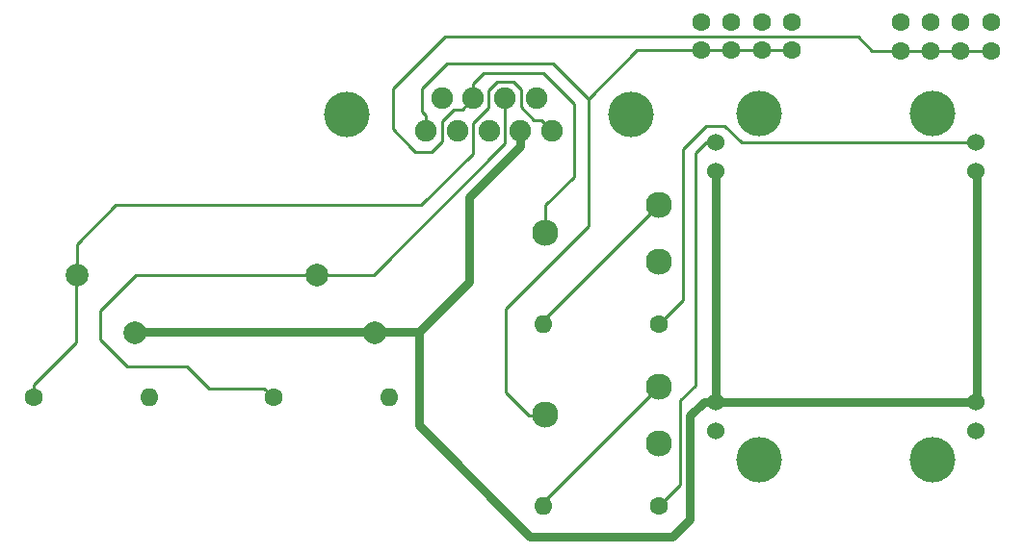
<source format=gtl>
G04 #@! TF.GenerationSoftware,KiCad,Pcbnew,(5.1.2)-1*
G04 #@! TF.CreationDate,2019-11-15T07:26:44-08:00*
G04 #@! TF.ProjectId,AppleIIJoystick,4170706c-6549-4494-9a6f-79737469636b,rev?*
G04 #@! TF.SameCoordinates,Original*
G04 #@! TF.FileFunction,Copper,L1,Top*
G04 #@! TF.FilePolarity,Positive*
%FSLAX46Y46*%
G04 Gerber Fmt 4.6, Leading zero omitted, Abs format (unit mm)*
G04 Created by KiCad (PCBNEW (5.1.2)-1) date 2019-11-15 07:26:44*
%MOMM*%
%LPD*%
G04 APERTURE LIST*
%ADD10C,1.600000*%
%ADD11C,1.900000*%
%ADD12C,4.000000*%
%ADD13C,1.524000*%
%ADD14C,2.300000*%
%ADD15O,1.600000X1.600000*%
%ADD16C,2.000000*%
%ADD17C,0.254000*%
%ADD18C,0.762000*%
G04 APERTURE END LIST*
D10*
X142717520Y-44924980D03*
X142717520Y-42424980D03*
X145356580Y-44924980D03*
X145356580Y-42424980D03*
X147995640Y-42424980D03*
X147995640Y-44924980D03*
X150634700Y-42424980D03*
X150634700Y-44924980D03*
X160229360Y-44941580D03*
X160229360Y-42441580D03*
X162867340Y-42445300D03*
X162867340Y-44945300D03*
X165506400Y-44945300D03*
X165506400Y-42445300D03*
X168145460Y-42445300D03*
X168145460Y-44945300D03*
D11*
X118500000Y-52000000D03*
X121270000Y-52000000D03*
X124040000Y-52000000D03*
X126810000Y-52000000D03*
X129580000Y-52000000D03*
X119885000Y-49160000D03*
X122655000Y-49160000D03*
X125425000Y-49160000D03*
X128195000Y-49160000D03*
D12*
X111545000Y-50580000D03*
X136535000Y-50580000D03*
X147810000Y-50457460D03*
D13*
X144000000Y-55537460D03*
X144000000Y-78397460D03*
X144000000Y-75857460D03*
X166860000Y-78397460D03*
X166860000Y-75857460D03*
X166860000Y-55537460D03*
X166860000Y-52997460D03*
X143994920Y-52987300D03*
D12*
X163050000Y-50457460D03*
X163050000Y-80937460D03*
X147810000Y-80937460D03*
D14*
X128994920Y-76992380D03*
X138994920Y-74492380D03*
X138994920Y-79492380D03*
D10*
X139000000Y-85000000D03*
D15*
X128840000Y-85000000D03*
X128795780Y-69000000D03*
D10*
X138955780Y-69000000D03*
D14*
X138994920Y-63492380D03*
X138994920Y-58492380D03*
X128994920Y-60992380D03*
D10*
X84000000Y-75500000D03*
D15*
X94160000Y-75500000D03*
X115249960Y-75496420D03*
D10*
X105089960Y-75496420D03*
D16*
X87826340Y-64670000D03*
X92906340Y-69750000D03*
X114000000Y-69750000D03*
X108920000Y-64670000D03*
D17*
X118500000Y-50656498D02*
X118148100Y-50304598D01*
X118500000Y-52000000D02*
X118500000Y-50656498D01*
X118148100Y-50304598D02*
X118148100Y-48282860D01*
X118148100Y-48282860D02*
X120383300Y-46047660D01*
X120383300Y-46047660D02*
X129649220Y-46047660D01*
X129649220Y-46047660D02*
X132775960Y-49174400D01*
X132775960Y-49174400D02*
X132775960Y-60418980D01*
X132775960Y-60418980D02*
X125534420Y-67660520D01*
X125534420Y-67660520D02*
X125534420Y-75034140D01*
X125534420Y-75034140D02*
X127543560Y-77043280D01*
X127543560Y-77043280D02*
X128922780Y-77043280D01*
X137048240Y-44902120D02*
X132775960Y-49174400D01*
X145288000Y-44902120D02*
X137048240Y-44902120D01*
X145300700Y-44914820D02*
X145288000Y-44902120D01*
X149493170Y-44914820D02*
X145300700Y-44914820D01*
X150634700Y-44924980D02*
X149503330Y-44924980D01*
X149503330Y-44924980D02*
X149493170Y-44914820D01*
X165506400Y-44945300D02*
X165848829Y-44945300D01*
X165506400Y-44945300D02*
X168130220Y-44945300D01*
X168140380Y-44955460D02*
X168145460Y-44945300D01*
X168130220Y-44945300D02*
X168140380Y-44955460D01*
X162854640Y-44942760D02*
X165493700Y-44942760D01*
X119019320Y-53837840D02*
X117566440Y-53837840D01*
X119877840Y-52979320D02*
X119019320Y-53837840D01*
X119877840Y-51163220D02*
X119877840Y-52979320D01*
X115600480Y-48300640D02*
X120200420Y-43700700D01*
X120931061Y-50109999D02*
X119877840Y-51163220D01*
X122655000Y-49160000D02*
X121705001Y-50109999D01*
X121705001Y-50109999D02*
X120931061Y-50109999D01*
X117566440Y-53837840D02*
X117222999Y-53494399D01*
X117222999Y-53494399D02*
X117222999Y-53489319D01*
X117222999Y-53489319D02*
X115600480Y-51866800D01*
X115600480Y-51866800D02*
X115600480Y-48300640D01*
X120200420Y-43700700D02*
X156469080Y-43700700D01*
X156469080Y-43700700D02*
X157713680Y-44945300D01*
X157713680Y-44945300D02*
X162841940Y-44945300D01*
X162841940Y-44945300D02*
X162849560Y-44937680D01*
X162849560Y-44937680D02*
X162854640Y-44942760D01*
X128996440Y-58559700D02*
X128996440Y-60944760D01*
X122655000Y-47816498D02*
X123542458Y-46929040D01*
X122655000Y-49160000D02*
X122655000Y-47816498D01*
X123542458Y-46929040D02*
X128803400Y-46929040D01*
X128803400Y-46929040D02*
X131526280Y-49651920D01*
X131526280Y-49651920D02*
X131526280Y-56029860D01*
X131526280Y-56029860D02*
X128996440Y-58559700D01*
D18*
X126810000Y-53343502D02*
X122267980Y-57885522D01*
X126810000Y-52000000D02*
X126810000Y-53343502D01*
X122267980Y-57885522D02*
X122267980Y-65323720D01*
X122267980Y-65323720D02*
X117848380Y-69743320D01*
X117848380Y-69743320D02*
X113982500Y-69743320D01*
X113982500Y-69743320D02*
X92890340Y-69743320D01*
X92890340Y-69743320D02*
X92887800Y-69740780D01*
X142922370Y-75857460D02*
X141678660Y-77101170D01*
X144000000Y-75857460D02*
X142922370Y-75857460D01*
X141678660Y-77101170D02*
X141678660Y-86207600D01*
X141678660Y-86207600D02*
X140169900Y-87716360D01*
X140169900Y-87716360D02*
X127647700Y-87716360D01*
X117848380Y-77917040D02*
X117848380Y-69743320D01*
X127647700Y-87716360D02*
X117848380Y-77917040D01*
X144000000Y-75857460D02*
X144000000Y-55587680D01*
X144000000Y-55587680D02*
X143997680Y-55585360D01*
X145077630Y-75857460D02*
X145083070Y-75852020D01*
X144000000Y-75857460D02*
X145077630Y-75857460D01*
X145083070Y-75852020D02*
X166900860Y-75852020D01*
X166900860Y-75852020D02*
X166916100Y-75867260D01*
X166916100Y-75867260D02*
X166870380Y-75821540D01*
X166870380Y-75821540D02*
X166870380Y-55501540D01*
D17*
X84000000Y-74368630D02*
X87764620Y-70604010D01*
X84000000Y-75500000D02*
X84000000Y-74368630D01*
X87764620Y-70604010D02*
X87764620Y-64663320D01*
X87843360Y-61970920D02*
X87843360Y-64691260D01*
X122600720Y-54048660D02*
X118089680Y-58559700D01*
X91254580Y-58559700D02*
X87843360Y-61970920D01*
X124012960Y-49933860D02*
X122600720Y-51346100D01*
X124012960Y-48475900D02*
X124012960Y-49933860D01*
X118089680Y-58559700D02*
X91254580Y-58559700D01*
X128630001Y-51050001D02*
X127953581Y-51050001D01*
X129580000Y-52000000D02*
X128630001Y-51050001D01*
X122600720Y-51346100D02*
X122600720Y-54048660D01*
X127953581Y-51050001D02*
X126819660Y-49916080D01*
X126819660Y-49916080D02*
X126819660Y-48331120D01*
X126819660Y-48331120D02*
X126197360Y-47708820D01*
X124780040Y-47708820D02*
X124012960Y-48475900D01*
X126197360Y-47708820D02*
X124780040Y-47708820D01*
X104289961Y-74696421D02*
X99430941Y-74696421D01*
X105089960Y-75496420D02*
X104289961Y-74696421D01*
X99430941Y-74696421D02*
X97523300Y-72788780D01*
X97523300Y-72788780D02*
X92250260Y-72788780D01*
X92250260Y-72788780D02*
X89865200Y-70403720D01*
X89865200Y-70403720D02*
X89865200Y-67863720D01*
X89865200Y-67863720D02*
X93024960Y-64703960D01*
X93024960Y-64703960D02*
X108958380Y-64703960D01*
X125425000Y-50503502D02*
X125415040Y-50513462D01*
X125425000Y-49160000D02*
X125425000Y-50503502D01*
X125415040Y-50513462D02*
X125415040Y-53141880D01*
X125415040Y-53141880D02*
X113870740Y-64686180D01*
X113870740Y-64686180D02*
X108851700Y-64686180D01*
X146215100Y-53004720D02*
X166857680Y-53004720D01*
X144754600Y-51544220D02*
X146215100Y-53004720D01*
X143083280Y-51544220D02*
X144754600Y-51544220D01*
X141053820Y-53573680D02*
X143083280Y-51544220D01*
X138955780Y-69000000D02*
X141053820Y-66901960D01*
X141053820Y-66901960D02*
X141053820Y-53573680D01*
X143113760Y-53017420D02*
X144002760Y-53017420D01*
X142151100Y-53980080D02*
X143113760Y-53017420D01*
X142151100Y-74472800D02*
X142151100Y-53980080D01*
X140870940Y-75752960D02*
X142151100Y-74472800D01*
X139000000Y-85000000D02*
X140870940Y-83129060D01*
X140870940Y-83129060D02*
X140870940Y-75752960D01*
X138994920Y-58492380D02*
X128800860Y-68686440D01*
X128800860Y-68686440D02*
X128800860Y-69009260D01*
X137844921Y-75642379D02*
X137844921Y-75649699D01*
X138994920Y-74492380D02*
X137844921Y-75642379D01*
X137844921Y-75649699D02*
X128805940Y-84688680D01*
X128805940Y-84688680D02*
X128805940Y-85044280D01*
M02*

</source>
